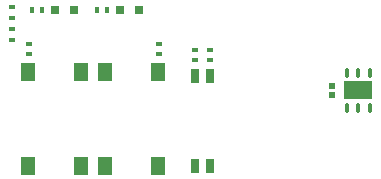
<source format=gtp>
G04*
G04 #@! TF.GenerationSoftware,Altium Limited,Altium Designer,21.1.1 (26)*
G04*
G04 Layer_Color=8421504*
%FSLAX44Y44*%
%MOMM*%
G71*
G04*
G04 #@! TF.SameCoordinates,1E62C949-7E6C-4E94-960E-AF288404BBEF*
G04*
G04*
G04 #@! TF.FilePolarity,Positive*
G04*
G01*
G75*
%ADD13R,0.5200X0.5200*%
%ADD14R,0.8000X0.8000*%
%ADD15R,0.5500X0.4500*%
%ADD16R,0.4500X0.5500*%
%ADD17R,0.7600X1.2700*%
%ADD18R,0.7400X1.2700*%
%ADD19R,1.3000X1.5500*%
%ADD20R,2.4000X1.5000*%
%ADD21O,0.4000X0.8000*%
D13*
X329000Y72000D02*
D03*
Y80000D02*
D03*
D14*
X94000Y144000D02*
D03*
X110000D02*
D03*
X149000D02*
D03*
X165000D02*
D03*
D15*
X58000Y137500D02*
D03*
Y146500D02*
D03*
Y127500D02*
D03*
Y118500D02*
D03*
X213000Y101500D02*
D03*
Y110500D02*
D03*
X225000Y101500D02*
D03*
Y110500D02*
D03*
X182000Y106500D02*
D03*
Y115500D02*
D03*
X72000Y106500D02*
D03*
Y115500D02*
D03*
D16*
X83500Y144000D02*
D03*
X74500D02*
D03*
X138500D02*
D03*
X129500D02*
D03*
D17*
X225350Y88100D02*
D03*
X212650D02*
D03*
Y11900D02*
D03*
D18*
X225350D02*
D03*
D19*
X136500Y12250D02*
D03*
Y91750D02*
D03*
X181500Y12250D02*
D03*
Y91750D02*
D03*
X116500Y91750D02*
D03*
Y12250D02*
D03*
X71500Y91750D02*
D03*
Y12250D02*
D03*
D20*
X351000Y76000D02*
D03*
D21*
X361000Y61000D02*
D03*
X351000D02*
D03*
X341000D02*
D03*
Y91000D02*
D03*
X351000D02*
D03*
X361000D02*
D03*
M02*

</source>
